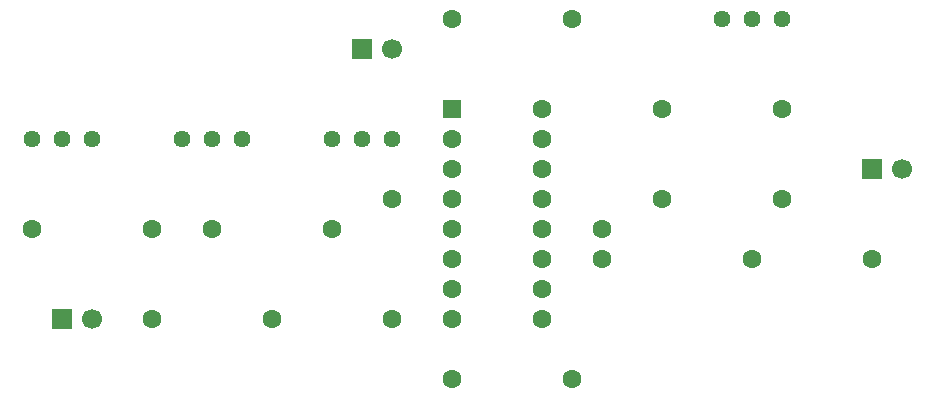
<source format=gts>
G04 #@! TF.GenerationSoftware,KiCad,Pcbnew,9.0.7*
G04 #@! TF.CreationDate,2026-02-15T14:06:54+01:00*
G04 #@! TF.ProjectId,XR-2208,58522d32-3230-4382-9e6b-696361645f70,rev?*
G04 #@! TF.SameCoordinates,Original*
G04 #@! TF.FileFunction,Soldermask,Top*
G04 #@! TF.FilePolarity,Negative*
%FSLAX46Y46*%
G04 Gerber Fmt 4.6, Leading zero omitted, Abs format (unit mm)*
G04 Created by KiCad (PCBNEW 9.0.7) date 2026-02-15 14:06:54*
%MOMM*%
%LPD*%
G01*
G04 APERTURE LIST*
G04 Aperture macros list*
%AMRoundRect*
0 Rectangle with rounded corners*
0 $1 Rounding radius*
0 $2 $3 $4 $5 $6 $7 $8 $9 X,Y pos of 4 corners*
0 Add a 4 corners polygon primitive as box body*
4,1,4,$2,$3,$4,$5,$6,$7,$8,$9,$2,$3,0*
0 Add four circle primitives for the rounded corners*
1,1,$1+$1,$2,$3*
1,1,$1+$1,$4,$5*
1,1,$1+$1,$6,$7*
1,1,$1+$1,$8,$9*
0 Add four rect primitives between the rounded corners*
20,1,$1+$1,$2,$3,$4,$5,0*
20,1,$1+$1,$4,$5,$6,$7,0*
20,1,$1+$1,$6,$7,$8,$9,0*
20,1,$1+$1,$8,$9,$2,$3,0*%
G04 Aperture macros list end*
%ADD10C,1.600000*%
%ADD11C,1.440000*%
%ADD12RoundRect,0.250000X-0.550000X-0.550000X0.550000X-0.550000X0.550000X0.550000X-0.550000X0.550000X0*%
%ADD13R,1.700000X1.700000*%
%ADD14C,1.700000*%
G04 APERTURE END LIST*
D10*
G04 #@! TO.C,R4*
X157480000Y-99060000D03*
X147320000Y-99060000D03*
G04 #@! TD*
G04 #@! TO.C,R1*
X104140000Y-109220000D03*
X114300000Y-109220000D03*
G04 #@! TD*
D11*
G04 #@! TO.C,RV2*
X124460000Y-93980000D03*
X121920000Y-93980000D03*
X119380000Y-93980000D03*
G04 #@! TD*
G04 #@! TO.C,RV1*
X99060000Y-93980000D03*
X96520000Y-93980000D03*
X93980000Y-93980000D03*
G04 #@! TD*
D10*
G04 #@! TO.C,RX1*
X129540000Y-114300000D03*
X139700000Y-114300000D03*
G04 #@! TD*
D11*
G04 #@! TO.C,RV3*
X111760000Y-93980000D03*
X109220000Y-93980000D03*
X106680000Y-93980000D03*
G04 #@! TD*
D12*
G04 #@! TO.C,IC1*
X129540000Y-91440000D03*
D10*
X129540000Y-93980000D03*
X129540000Y-96520000D03*
X129540000Y-99060000D03*
X129540000Y-101600000D03*
X129540000Y-104140000D03*
X129540000Y-106680000D03*
X129540000Y-109220000D03*
X137160000Y-109220000D03*
X137160000Y-106680000D03*
X137160000Y-104140000D03*
X137160000Y-101600000D03*
X137160000Y-99060000D03*
X137160000Y-96520000D03*
X137160000Y-93980000D03*
X137160000Y-91440000D03*
G04 #@! TD*
G04 #@! TO.C,RY1*
X124460000Y-109220000D03*
X124460000Y-99060000D03*
G04 #@! TD*
G04 #@! TO.C,Ri1*
X147320000Y-91440000D03*
X157480000Y-91440000D03*
G04 #@! TD*
G04 #@! TO.C,R2*
X109220000Y-101600000D03*
X119380000Y-101600000D03*
G04 #@! TD*
D13*
G04 #@! TO.C,J2*
X96520000Y-109220000D03*
D14*
X99060000Y-109220000D03*
G04 #@! TD*
D10*
G04 #@! TO.C,R5*
X129540000Y-83820000D03*
X139700000Y-83820000D03*
G04 #@! TD*
D13*
G04 #@! TO.C,J1*
X121920000Y-86360000D03*
D14*
X124460000Y-86360000D03*
G04 #@! TD*
D13*
G04 #@! TO.C,J3*
X165100000Y-96520000D03*
D14*
X167640000Y-96520000D03*
G04 #@! TD*
D10*
G04 #@! TO.C,Rf1*
X154940000Y-104140000D03*
X165100000Y-104140000D03*
G04 #@! TD*
G04 #@! TO.C,C1*
X142240000Y-101600000D03*
X142240000Y-104100000D03*
G04 #@! TD*
G04 #@! TO.C,R3*
X104140000Y-101600000D03*
X93980000Y-101600000D03*
G04 #@! TD*
D11*
G04 #@! TO.C,RV4*
X152400000Y-83820000D03*
X154940000Y-83820000D03*
X157480000Y-83820000D03*
G04 #@! TD*
M02*

</source>
